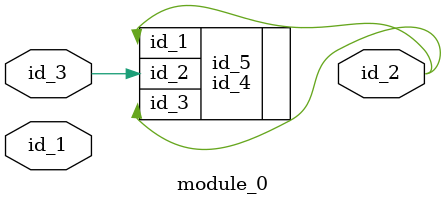
<source format=v>
module module_0 (
    id_1,
    id_2,
    id_3
);
  input id_3;
  output id_2;
  input id_1;
  id_4 id_5 (
      .id_1(1),
      .id_3(id_1),
      .id_2(id_3),
      .id_3(id_2),
      .id_1(id_2)
  );
endmodule

</source>
